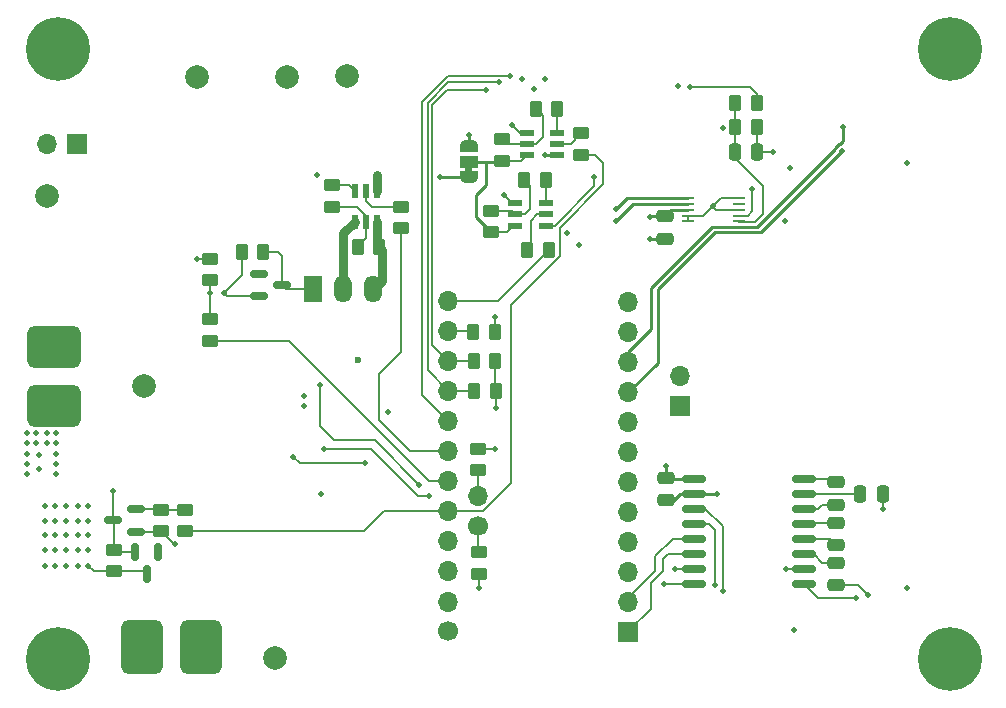
<source format=gbl>
%TF.GenerationSoftware,KiCad,Pcbnew,8.0.4*%
%TF.CreationDate,2024-10-19T12:15:14-07:00*%
%TF.ProjectId,camera_controller,63616d65-7261-45f6-936f-6e74726f6c6c,1.0*%
%TF.SameCoordinates,Original*%
%TF.FileFunction,Copper,L4,Bot*%
%TF.FilePolarity,Positive*%
%FSLAX46Y46*%
G04 Gerber Fmt 4.6, Leading zero omitted, Abs format (unit mm)*
G04 Created by KiCad (PCBNEW 8.0.4) date 2024-10-19 12:15:14*
%MOMM*%
%LPD*%
G01*
G04 APERTURE LIST*
G04 Aperture macros list*
%AMRoundRect*
0 Rectangle with rounded corners*
0 $1 Rounding radius*
0 $2 $3 $4 $5 $6 $7 $8 $9 X,Y pos of 4 corners*
0 Add a 4 corners polygon primitive as box body*
4,1,4,$2,$3,$4,$5,$6,$7,$8,$9,$2,$3,0*
0 Add four circle primitives for the rounded corners*
1,1,$1+$1,$2,$3*
1,1,$1+$1,$4,$5*
1,1,$1+$1,$6,$7*
1,1,$1+$1,$8,$9*
0 Add four rect primitives between the rounded corners*
20,1,$1+$1,$2,$3,$4,$5,0*
20,1,$1+$1,$4,$5,$6,$7,0*
20,1,$1+$1,$6,$7,$8,$9,0*
20,1,$1+$1,$8,$9,$2,$3,0*%
%AMFreePoly0*
4,1,19,0.550000,-0.750000,0.000000,-0.750000,0.000000,-0.744911,-0.071157,-0.744911,-0.207708,-0.704816,-0.327430,-0.627875,-0.420627,-0.520320,-0.479746,-0.390866,-0.500000,-0.250000,-0.500000,0.250000,-0.479746,0.390866,-0.420627,0.520320,-0.327430,0.627875,-0.207708,0.704816,-0.071157,0.744911,0.000000,0.744911,0.000000,0.750000,0.550000,0.750000,0.550000,-0.750000,0.550000,-0.750000,
$1*%
%AMFreePoly1*
4,1,19,0.000000,0.744911,0.071157,0.744911,0.207708,0.704816,0.327430,0.627875,0.420627,0.520320,0.479746,0.390866,0.500000,0.250000,0.500000,-0.250000,0.479746,-0.390866,0.420627,-0.520320,0.327430,-0.627875,0.207708,-0.704816,0.071157,-0.744911,0.000000,-0.744911,0.000000,-0.750000,-0.550000,-0.750000,-0.550000,0.750000,0.000000,0.750000,0.000000,0.744911,0.000000,0.744911,
$1*%
G04 Aperture macros list end*
%TA.AperFunction,EtchedComponent*%
%ADD10C,0.000000*%
%TD*%
%TA.AperFunction,ComponentPad*%
%ADD11R,1.500000X2.300000*%
%TD*%
%TA.AperFunction,ComponentPad*%
%ADD12O,1.500000X2.300000*%
%TD*%
%TA.AperFunction,ComponentPad*%
%ADD13R,1.700000X1.700000*%
%TD*%
%TA.AperFunction,ComponentPad*%
%ADD14O,1.700000X1.700000*%
%TD*%
%TA.AperFunction,ComponentPad*%
%ADD15C,0.800000*%
%TD*%
%TA.AperFunction,ComponentPad*%
%ADD16C,5.400000*%
%TD*%
%TA.AperFunction,ComponentPad*%
%ADD17RoundRect,0.500000X1.750000X-1.250000X1.750000X1.250000X-1.750000X1.250000X-1.750000X-1.250000X0*%
%TD*%
%TA.AperFunction,ComponentPad*%
%ADD18C,1.700000*%
%TD*%
%TA.AperFunction,ComponentPad*%
%ADD19RoundRect,0.500000X-1.250000X-1.750000X1.250000X-1.750000X1.250000X1.750000X-1.250000X1.750000X0*%
%TD*%
%TA.AperFunction,SMDPad,CuDef*%
%ADD20RoundRect,0.150000X-0.150000X0.587500X-0.150000X-0.587500X0.150000X-0.587500X0.150000X0.587500X0*%
%TD*%
%TA.AperFunction,SMDPad,CuDef*%
%ADD21RoundRect,0.250000X-0.450000X0.262500X-0.450000X-0.262500X0.450000X-0.262500X0.450000X0.262500X0*%
%TD*%
%TA.AperFunction,SMDPad,CuDef*%
%ADD22RoundRect,0.250000X-0.262500X-0.450000X0.262500X-0.450000X0.262500X0.450000X-0.262500X0.450000X0*%
%TD*%
%TA.AperFunction,SMDPad,CuDef*%
%ADD23RoundRect,0.250000X0.262500X0.450000X-0.262500X0.450000X-0.262500X-0.450000X0.262500X-0.450000X0*%
%TD*%
%TA.AperFunction,SMDPad,CuDef*%
%ADD24RoundRect,0.150000X0.587500X0.150000X-0.587500X0.150000X-0.587500X-0.150000X0.587500X-0.150000X0*%
%TD*%
%TA.AperFunction,SMDPad,CuDef*%
%ADD25RoundRect,0.250000X0.250000X0.475000X-0.250000X0.475000X-0.250000X-0.475000X0.250000X-0.475000X0*%
%TD*%
%TA.AperFunction,SMDPad,CuDef*%
%ADD26R,1.150000X0.600000*%
%TD*%
%TA.AperFunction,SMDPad,CuDef*%
%ADD27R,0.600000X1.150000*%
%TD*%
%TA.AperFunction,SMDPad,CuDef*%
%ADD28RoundRect,0.250000X0.450000X-0.262500X0.450000X0.262500X-0.450000X0.262500X-0.450000X-0.262500X0*%
%TD*%
%TA.AperFunction,SMDPad,CuDef*%
%ADD29RoundRect,0.250000X-0.475000X0.250000X-0.475000X-0.250000X0.475000X-0.250000X0.475000X0.250000X0*%
%TD*%
%TA.AperFunction,SMDPad,CuDef*%
%ADD30FreePoly0,90.000000*%
%TD*%
%TA.AperFunction,SMDPad,CuDef*%
%ADD31R,1.500000X1.000000*%
%TD*%
%TA.AperFunction,SMDPad,CuDef*%
%ADD32FreePoly1,90.000000*%
%TD*%
%TA.AperFunction,SMDPad,CuDef*%
%ADD33RoundRect,0.250000X0.475000X-0.250000X0.475000X0.250000X-0.475000X0.250000X-0.475000X-0.250000X0*%
%TD*%
%TA.AperFunction,SMDPad,CuDef*%
%ADD34RoundRect,0.150000X0.875000X0.150000X-0.875000X0.150000X-0.875000X-0.150000X0.875000X-0.150000X0*%
%TD*%
%TA.AperFunction,SMDPad,CuDef*%
%ADD35R,1.100000X0.250000*%
%TD*%
%TA.AperFunction,SMDPad,CuDef*%
%ADD36RoundRect,0.150000X-0.587500X-0.150000X0.587500X-0.150000X0.587500X0.150000X-0.587500X0.150000X0*%
%TD*%
%TA.AperFunction,ViaPad*%
%ADD37C,2.000000*%
%TD*%
%TA.AperFunction,ViaPad*%
%ADD38C,0.600000*%
%TD*%
%TA.AperFunction,ViaPad*%
%ADD39C,0.510000*%
%TD*%
%TA.AperFunction,Conductor*%
%ADD40C,0.200000*%
%TD*%
%TA.AperFunction,Conductor*%
%ADD41C,0.800000*%
%TD*%
%TA.AperFunction,Conductor*%
%ADD42C,0.250000*%
%TD*%
G04 APERTURE END LIST*
D10*
%TA.AperFunction,EtchedComponent*%
%TO.C,JP1*%
G36*
X58517500Y-34175000D02*
G01*
X57917500Y-34175000D01*
X57917500Y-33675000D01*
X58517500Y-33675000D01*
X58517500Y-34175000D01*
G37*
%TD.AperFunction*%
%TD*%
D11*
%TO.P,U1,1,IN*%
%TO.N,VSS*%
X45053000Y-44107500D03*
D12*
%TO.P,U1,2,GND*%
%TO.N,GND*%
X47593000Y-44107500D03*
%TO.P,U1,3,OUT*%
%TO.N,+5V_MCU*%
X50133000Y-44107500D03*
%TD*%
D13*
%TO.P,J16,1,Pin_1*%
%TO.N,+5V_MCU*%
X25000000Y-31800000D03*
D14*
%TO.P,J16,2,Pin_2*%
%TO.N,GND*%
X22460000Y-31800000D03*
%TD*%
D15*
%TO.P,,1*%
%TO.N,N/C*%
X96915000Y-23735000D03*
X97508109Y-22303109D03*
X97508109Y-25166891D03*
X98940000Y-21710000D03*
D16*
X98940000Y-23735000D03*
D15*
X98940000Y-25760000D03*
X100371891Y-22303109D03*
X100371891Y-25166891D03*
X100965000Y-23735000D03*
%TD*%
%TO.P,,1*%
%TO.N,N/C*%
X21375000Y-75415000D03*
X21968109Y-73983109D03*
X21968109Y-76846891D03*
X23400000Y-73390000D03*
D16*
X23400000Y-75415000D03*
D15*
X23400000Y-77440000D03*
X24831891Y-73983109D03*
X24831891Y-76846891D03*
X25425000Y-75415000D03*
%TD*%
%TO.P,,1*%
%TO.N,N/C*%
X96915000Y-75415000D03*
X97508109Y-73983109D03*
X97508109Y-76846891D03*
X98940000Y-73390000D03*
D16*
X98940000Y-75415000D03*
D15*
X98940000Y-77440000D03*
X100371891Y-73983109D03*
X100371891Y-76846891D03*
X100965000Y-75415000D03*
%TD*%
D17*
%TO.P,J12,1,Pin_1*%
%TO.N,Vin SW*%
X23062500Y-54000000D03*
%TO.P,J12,2,Pin_2*%
%TO.N,GND*%
X23062500Y-49000000D03*
%TD*%
D13*
%TO.P,U3,1,Pin_1*%
%TO.N,uCTx*%
X71725000Y-73125000D03*
D14*
%TO.P,U3,2,Pin_2*%
%TO.N,uCRx*%
X71725000Y-70585000D03*
%TO.P,U3,3,Pin_3*%
%TO.N,unconnected-(U3-Pin_3-Pad3)*%
X71725000Y-68045000D03*
%TO.P,U3,4,Pin_4*%
%TO.N,GND*%
X71725000Y-65505000D03*
%TO.P,U3,5,Pin_5*%
%TO.N,ext_uCRx*%
X71725000Y-62965000D03*
%TO.P,U3,6,Pin_6*%
%TO.N,ext_uCTx*%
X71725000Y-60425000D03*
%TO.P,U3,7,Pin_7*%
%TO.N,CAM2 GPIO 1*%
X71725000Y-57885000D03*
%TO.P,U3,8,Pin_8*%
%TO.N,CAM 2 GPIO 2*%
X71725000Y-55345000D03*
%TO.P,U3,9,Pin_9*%
%TO.N,CAM1 GPIO 1*%
X71725000Y-52805000D03*
%TO.P,U3,10,Pin_10*%
%TO.N,CAM 1 GPIO 2*%
X71725000Y-50265000D03*
%TO.P,U3,11,Pin_11*%
%TO.N,Ext Trig In*%
X71725000Y-47725000D03*
%TO.P,U3,12,Pin_12*%
%TO.N,Net-(U3-Pin_12)*%
X71725000Y-45185000D03*
%TO.P,U3,13,Pin_13*%
%TO.N,Strobe Trig*%
X56485000Y-45055000D03*
%TO.P,U3,14,Pin_14*%
%TO.N,Net-(U3-Pin_14)*%
X56485000Y-47595000D03*
%TO.P,U3,15,Pin_15*%
%TO.N,Force On*%
X56485000Y-50135000D03*
%TO.P,U3,16,Pin_16*%
%TO.N,P Switch*%
X56485000Y-52675000D03*
%TO.P,U3,17,Pin_17*%
%TO.N,Status LED*%
X56485000Y-55215000D03*
%TO.P,U3,18,Pin_18*%
%TO.N,5V EN*%
X56485000Y-57755000D03*
%TO.P,U3,19,Pin_19*%
%TO.N,VSS SW EN*%
X56485000Y-60295000D03*
%TO.P,U3,20,Pin_20*%
%TO.N,Strobe EN*%
X56485000Y-62835000D03*
%TO.P,U3,21,Pin_21*%
%TO.N,+3.3V*%
X56485000Y-65375000D03*
%TO.P,U3,22,Pin_22*%
%TO.N,GND*%
X56485000Y-67915000D03*
%TO.P,U3,23,Pin_23*%
X56485000Y-70585000D03*
D18*
%TO.P,U3,24,Pin_24*%
%TO.N,+5V_MCU*%
X56485000Y-72995000D03*
D14*
%TO.P,U3,25,Pin_25*%
%TO.N,SDA*%
X59025000Y-61565000D03*
D18*
%TO.P,U3,26,Pin_26*%
%TO.N,SCL*%
X59025000Y-64105000D03*
%TD*%
D15*
%TO.P,,1*%
%TO.N,N/C*%
X21375000Y-23735000D03*
X21968109Y-22303109D03*
X21968109Y-25166891D03*
X23400000Y-21710000D03*
D16*
X23400000Y-23735000D03*
D15*
X23400000Y-25760000D03*
X24831891Y-22303109D03*
X24831891Y-25166891D03*
X25425000Y-23735000D03*
%TD*%
D19*
%TO.P,J1,1,Pin_1*%
%TO.N,VIN*%
X30500000Y-74400000D03*
%TO.P,J1,2,Pin_2*%
%TO.N,GND*%
X35500000Y-74400000D03*
%TD*%
D13*
%TO.P,J17,1,Pin_1*%
%TO.N,MCU GPIO 2*%
X76050000Y-54000000D03*
D14*
%TO.P,J17,2,Pin_2*%
%TO.N,GND*%
X76050000Y-51460000D03*
%TD*%
D20*
%TO.P,D1,1,A*%
%TO.N,Net-(D1-A)*%
X29987500Y-66362500D03*
%TO.P,D1,2,NC*%
%TO.N,unconnected-(D1-NC-Pad2)*%
X31887500Y-66362500D03*
%TO.P,D1,3,K*%
%TO.N,VIN*%
X30937500Y-68237500D03*
%TD*%
D21*
%TO.P,R7,1*%
%TO.N,SCL*%
X59050000Y-66337500D03*
%TO.P,R7,2*%
%TO.N,+3.3V*%
X59050000Y-68162500D03*
%TD*%
D22*
%TO.P,R13,1*%
%TO.N,Net-(Q5-B1)*%
X63137500Y-40750000D03*
%TO.P,R13,2*%
%TO.N,Strobe Trig*%
X64962500Y-40750000D03*
%TD*%
D23*
%TO.P,R10,1*%
%TO.N,Net-(Q4-C1)*%
X65712500Y-28800000D03*
%TO.P,R10,2*%
%TO.N,Net-(Q4-B2)*%
X63887500Y-28800000D03*
%TD*%
D24*
%TO.P,Q2,1,G*%
%TO.N,Net-(Q2-G)*%
X30000000Y-62700000D03*
%TO.P,Q2,2,S*%
%TO.N,GND*%
X30000000Y-64600000D03*
%TO.P,Q2,3,D*%
%TO.N,Net-(D1-A)*%
X28125000Y-63650000D03*
%TD*%
D25*
%TO.P,C19,1*%
%TO.N,GND*%
X93250000Y-61400000D03*
%TO.P,C19,2*%
%TO.N,Net-(U8-V+)*%
X91350000Y-61400000D03*
%TD*%
%TO.P,C12,1*%
%TO.N,GND*%
X82650000Y-32450000D03*
%TO.P,C12,2*%
%TO.N,Net-(U5-AIN1)*%
X80750000Y-32450000D03*
%TD*%
D23*
%TO.P,R23,1*%
%TO.N,AIN 2*%
X82612500Y-28350000D03*
%TO.P,R23,2*%
%TO.N,Net-(U5-AIN1)*%
X80787500Y-28350000D03*
%TD*%
D26*
%TO.P,Q5,1,C1*%
%TO.N,Net-(Q5-C1)*%
X64750000Y-36800000D03*
%TO.P,Q5,2,B1*%
%TO.N,Net-(Q5-B1)*%
X64750000Y-37750000D03*
%TO.P,Q5,3,C2*%
%TO.N,Strobe Trig Out*%
X64750000Y-38700000D03*
%TO.P,Q5,4,E2*%
%TO.N,+V Strobe GPIO*%
X62150000Y-38700000D03*
%TO.P,Q5,5,B2*%
%TO.N,Net-(Q5-B2)*%
X62150000Y-37750000D03*
%TO.P,Q5,6,E1*%
%TO.N,GND*%
X62150000Y-36800000D03*
%TD*%
D27*
%TO.P,Q3,1,C1*%
%TO.N,Net-(Q3-C1)*%
X48550000Y-35800000D03*
%TO.P,Q3,2,B1*%
%TO.N,Net-(Q3-B1)*%
X49500000Y-35800000D03*
%TO.P,Q3,3,C2*%
%TO.N,5V SW*%
X50450000Y-35800000D03*
%TO.P,Q3,4,E2*%
%TO.N,+5V_MCU*%
X50450000Y-38400000D03*
%TO.P,Q3,5,B2*%
%TO.N,Net-(Q3-B2)*%
X49500000Y-38400000D03*
%TO.P,Q3,6,E1*%
%TO.N,GND*%
X48550000Y-38400000D03*
%TD*%
D21*
%TO.P,R11,1*%
%TO.N,Net-(Q4-B1)*%
X67750000Y-30887500D03*
%TO.P,R11,2*%
%TO.N,Strobe EN*%
X67750000Y-32712500D03*
%TD*%
D28*
%TO.P,R14,1*%
%TO.N,+V Strobe GPIO*%
X60100000Y-39262500D03*
%TO.P,R14,2*%
%TO.N,Net-(Q5-B2)*%
X60100000Y-37437500D03*
%TD*%
D23*
%TO.P,R24,1*%
%TO.N,GND*%
X82612500Y-30350000D03*
%TO.P,R24,2*%
%TO.N,Net-(U5-AIN1)*%
X80787500Y-30350000D03*
%TD*%
D22*
%TO.P,R29,1*%
%TO.N,P Switch*%
X58662500Y-52675000D03*
%TO.P,R29,2*%
%TO.N,+3.3V*%
X60487500Y-52675000D03*
%TD*%
D29*
%TO.P,C15,1*%
%TO.N,Net-(U8-C1+)*%
X89300000Y-60450000D03*
%TO.P,C15,2*%
%TO.N,Net-(U8-C1-)*%
X89300000Y-62350000D03*
%TD*%
D23*
%TO.P,R33,1*%
%TO.N,+5V_MCU*%
X50612500Y-40500000D03*
%TO.P,R33,2*%
%TO.N,Net-(Q3-B2)*%
X48787500Y-40500000D03*
%TD*%
D28*
%TO.P,R31,1*%
%TO.N,VSS SW EN*%
X36300000Y-48433731D03*
%TO.P,R31,2*%
%TO.N,Net-(U6-G2)*%
X36300000Y-46608731D03*
%TD*%
D30*
%TO.P,JP1,1,A*%
%TO.N,+5V_MCU*%
X58217500Y-34575000D03*
D31*
%TO.P,JP1,2,C*%
%TO.N,+V Strobe GPIO*%
X58217500Y-33275000D03*
D32*
%TO.P,JP1,3,B*%
%TO.N,+3.3V*%
X58217500Y-31975000D03*
%TD*%
D26*
%TO.P,Q4,1,C1*%
%TO.N,Net-(Q4-C1)*%
X65700000Y-30850000D03*
%TO.P,Q4,2,B1*%
%TO.N,Net-(Q4-B1)*%
X65700000Y-31800000D03*
%TO.P,Q4,3,C2*%
%TO.N,Strobe EN OUT*%
X65700000Y-32750000D03*
%TO.P,Q4,4,E2*%
%TO.N,+V Strobe GPIO*%
X63100000Y-32750000D03*
%TO.P,Q4,5,B2*%
%TO.N,Net-(Q4-B2)*%
X63100000Y-31800000D03*
%TO.P,Q4,6,E1*%
%TO.N,GND*%
X63100000Y-30850000D03*
%TD*%
D22*
%TO.P,R22,1*%
%TO.N,Force On*%
X58637500Y-50150000D03*
%TO.P,R22,2*%
%TO.N,+3.3V*%
X60462500Y-50150000D03*
%TD*%
D21*
%TO.P,R6,1*%
%TO.N,Net-(Q3-B1)*%
X52500000Y-37087500D03*
%TO.P,R6,2*%
%TO.N,5V EN*%
X52500000Y-38912500D03*
%TD*%
D29*
%TO.P,C21,1*%
%TO.N,+3.3V*%
X74900000Y-60050000D03*
%TO.P,C21,2*%
%TO.N,GND*%
X74900000Y-61950000D03*
%TD*%
D21*
%TO.P,R32,1*%
%TO.N,GND*%
X36300000Y-41508731D03*
%TO.P,R32,2*%
%TO.N,Net-(U6-G2)*%
X36300000Y-43333731D03*
%TD*%
D33*
%TO.P,C14,1*%
%TO.N,GND*%
X89300000Y-69150000D03*
%TO.P,C14,2*%
%TO.N,Net-(U8-V-)*%
X89300000Y-67250000D03*
%TD*%
D21*
%TO.P,R8,1*%
%TO.N,+3.3V*%
X59000000Y-57587500D03*
%TO.P,R8,2*%
%TO.N,SDA*%
X59000000Y-59412500D03*
%TD*%
%TO.P,R4,1*%
%TO.N,Net-(Q2-G)*%
X32162500Y-62737500D03*
%TO.P,R4,2*%
%TO.N,GND*%
X32162500Y-64562500D03*
%TD*%
D28*
%TO.P,R1,1*%
%TO.N,VIN*%
X28162500Y-67962500D03*
%TO.P,R1,2*%
%TO.N,Net-(D1-A)*%
X28162500Y-66137500D03*
%TD*%
D23*
%TO.P,R2,1*%
%TO.N,VSS*%
X40825000Y-40921231D03*
%TO.P,R2,2*%
%TO.N,Net-(D2-A)*%
X39000000Y-40921231D03*
%TD*%
D29*
%TO.P,C10,1*%
%TO.N,+3.3V*%
X74800000Y-37900000D03*
%TO.P,C10,2*%
%TO.N,GND*%
X74800000Y-39800000D03*
%TD*%
D34*
%TO.P,U8,1,C1+*%
%TO.N,Net-(U8-C1+)*%
X86550000Y-60155000D03*
%TO.P,U8,2,V+*%
%TO.N,Net-(U8-V+)*%
X86550000Y-61425000D03*
%TO.P,U8,3,C1-*%
%TO.N,Net-(U8-C1-)*%
X86550000Y-62695000D03*
%TO.P,U8,4,C2+*%
%TO.N,Net-(U8-C2+)*%
X86550000Y-63965000D03*
%TO.P,U8,5,C2-*%
%TO.N,Net-(U8-C2-)*%
X86550000Y-65235000D03*
%TO.P,U8,6,V-*%
%TO.N,Net-(U8-V-)*%
X86550000Y-66505000D03*
%TO.P,U8,7,DOUT2*%
%TO.N,ExtRx2*%
X86550000Y-67775000D03*
%TO.P,U8,8,RIN2*%
%TO.N,ExtTx2*%
X86550000Y-69045000D03*
%TO.P,U8,9,ROUT2*%
%TO.N,ext_uCRx*%
X77250000Y-69045000D03*
%TO.P,U8,10,DIN2*%
%TO.N,ext_uCTx*%
X77250000Y-67775000D03*
%TO.P,U8,11,DIN1*%
%TO.N,uCTx*%
X77250000Y-66505000D03*
%TO.P,U8,12,ROUT1*%
%TO.N,uCRx*%
X77250000Y-65235000D03*
%TO.P,U8,13,RIN1*%
%TO.N,PCTx1*%
X77250000Y-63965000D03*
%TO.P,U8,14,DOUT1*%
%TO.N,PCRx1*%
X77250000Y-62695000D03*
%TO.P,U8,15,GND*%
%TO.N,GND*%
X77250000Y-61425000D03*
%TO.P,U8,16,VCC*%
%TO.N,+3.3V*%
X77250000Y-60155000D03*
%TD*%
D21*
%TO.P,R5,1*%
%TO.N,Net-(Q3-C1)*%
X46600000Y-35287500D03*
%TO.P,R5,2*%
%TO.N,Net-(Q3-B2)*%
X46600000Y-37112500D03*
%TD*%
D23*
%TO.P,R12,1*%
%TO.N,Net-(Q5-C1)*%
X64712500Y-34800000D03*
%TO.P,R12,2*%
%TO.N,Net-(Q5-B2)*%
X62887500Y-34800000D03*
%TD*%
D28*
%TO.P,R3,1*%
%TO.N,Strobe EN*%
X34162500Y-64562500D03*
%TO.P,R3,2*%
%TO.N,Net-(Q2-G)*%
X34162500Y-62737500D03*
%TD*%
D29*
%TO.P,C18,1*%
%TO.N,Net-(U8-C2+)*%
X89300000Y-63850000D03*
%TO.P,C18,2*%
%TO.N,Net-(U8-C2-)*%
X89300000Y-65750000D03*
%TD*%
D23*
%TO.P,R30,1*%
%TO.N,MCU GPIO 2*%
X60400000Y-47675000D03*
%TO.P,R30,2*%
%TO.N,Net-(U3-Pin_14)*%
X58575000Y-47675000D03*
%TD*%
D35*
%TO.P,U5,1,ADDR*%
%TO.N,GND*%
X81050000Y-36350000D03*
%TO.P,U5,2,ALERT/RDY*%
%TO.N,unconnected-(U5-ALERT{slash}RDY-Pad2)*%
X81050000Y-36850000D03*
%TO.P,U5,3,GND*%
%TO.N,GND*%
X81050000Y-37350000D03*
%TO.P,U5,4,AIN0*%
%TO.N,Net-(U5-AIN0)*%
X81050000Y-37850000D03*
%TO.P,U5,5,AIN1*%
%TO.N,Net-(U5-AIN1)*%
X81050000Y-38350000D03*
%TO.P,U5,6,AIN2*%
%TO.N,GND*%
X76750000Y-38350000D03*
%TO.P,U5,7,AIN3*%
X76750000Y-37850000D03*
%TO.P,U5,8,VDD*%
%TO.N,+3.3V*%
X76750000Y-37350000D03*
%TO.P,U5,9,SDA*%
%TO.N,SDA*%
X76750000Y-36850000D03*
%TO.P,U5,10,SCL*%
%TO.N,SCL*%
X76750000Y-36350000D03*
%TD*%
D36*
%TO.P,D2,1,A*%
%TO.N,Net-(D2-A)*%
X40483731Y-44671231D03*
%TO.P,D2,2,NC*%
%TO.N,unconnected-(D2-NC-Pad2)*%
X40483731Y-42771231D03*
%TO.P,D2,3,K*%
%TO.N,VSS*%
X42358731Y-43721231D03*
%TD*%
D28*
%TO.P,R9,1*%
%TO.N,+V Strobe GPIO*%
X61000000Y-33212500D03*
%TO.P,R9,2*%
%TO.N,Net-(Q4-B2)*%
X61000000Y-31387500D03*
%TD*%
D37*
%TO.N,GND*%
X42800000Y-26100000D03*
X35200000Y-26100000D03*
D38*
X48850000Y-50100000D03*
D39*
X44275000Y-53975000D03*
D37*
X30700000Y-52300000D03*
D39*
X33362500Y-65650000D03*
X95328600Y-33400000D03*
X62700000Y-26250000D03*
X93300000Y-62700000D03*
X92024999Y-70000000D03*
X64700000Y-26275000D03*
X79750000Y-30400000D03*
D37*
X22500000Y-36200000D03*
X41800000Y-75300000D03*
D39*
X83950000Y-32450000D03*
D37*
X47900000Y-26075000D03*
D39*
X95303600Y-69350002D03*
X61200000Y-36100000D03*
X67550000Y-40300000D03*
X78850000Y-37050000D03*
X45700000Y-61400000D03*
X79250000Y-61425000D03*
X61900000Y-30200000D03*
X35212500Y-41508731D03*
X44274997Y-53100000D03*
X85725000Y-72975000D03*
X84950000Y-38325000D03*
X73550000Y-39800000D03*
X75900000Y-26900000D03*
%TO.N,+3.3V*%
X73550000Y-37950000D03*
X58200000Y-31000000D03*
X60475000Y-54125000D03*
X66500000Y-39300000D03*
X74900000Y-59050000D03*
X60425000Y-57587500D03*
X51375000Y-54450000D03*
X63700000Y-27100000D03*
X59050000Y-69350000D03*
X85425000Y-33800000D03*
%TO.N,AIN 2*%
X76900000Y-26950000D03*
%TO.N,Net-(U5-AIN0)*%
X82191268Y-35583732D03*
%TO.N,VIN*%
X25100000Y-66200000D03*
X24100000Y-66200000D03*
X26000000Y-64900000D03*
X23200000Y-64900000D03*
X25100000Y-62400000D03*
X22300000Y-63700000D03*
X24100000Y-64900000D03*
X24100000Y-63700000D03*
X22300000Y-67500000D03*
X23200000Y-67500000D03*
X22300000Y-62400000D03*
X22300000Y-66200000D03*
X25100000Y-64900000D03*
X26000000Y-62400000D03*
X23200000Y-62400000D03*
X26000000Y-67500000D03*
X25100000Y-67500000D03*
X24100000Y-67500000D03*
X26000000Y-66200000D03*
X23200000Y-66200000D03*
X26000000Y-63700000D03*
X25100000Y-63700000D03*
X24100000Y-62400000D03*
X23200000Y-63700000D03*
X22300000Y-64900000D03*
%TO.N,Net-(D1-A)*%
X28125000Y-61200000D03*
%TO.N,Vin SW*%
X22500000Y-56300000D03*
X23300000Y-58900000D03*
X20800000Y-57100000D03*
X21800000Y-58100000D03*
X21800000Y-59300000D03*
X23300000Y-56300000D03*
X20800000Y-56300000D03*
X23300000Y-59700000D03*
X23300000Y-57100000D03*
X22500000Y-57100000D03*
X21600000Y-56300000D03*
X20800000Y-58900000D03*
X23300000Y-58000000D03*
X20800000Y-58000000D03*
X21600000Y-57100000D03*
X20800000Y-59700000D03*
%TO.N,Net-(D2-A)*%
X37457537Y-44421231D03*
%TO.N,SCL*%
X70650000Y-37300000D03*
X54025000Y-60657538D03*
X45600000Y-52200000D03*
%TO.N,SDA*%
X45950000Y-57650000D03*
X70650000Y-38300000D03*
X54800000Y-61575000D03*
%TO.N,Net-(U4-A1)*%
X49400000Y-58800000D03*
X43350000Y-58250000D03*
%TO.N,5V SW*%
X50400000Y-34400000D03*
%TO.N,Strobe Trig Out*%
X68850000Y-34550000D03*
%TO.N,Strobe EN OUT*%
X64700000Y-32750000D03*
%TO.N,P Switch*%
X60775000Y-26555000D03*
%TO.N,Status LED*%
X61725000Y-26000000D03*
%TO.N,Force On*%
X59700000Y-27250000D03*
%TO.N,CAM1 GPIO 1*%
X89825000Y-32400000D03*
%TO.N,CAM 1 GPIO 2*%
X89850000Y-30350000D03*
%TO.N,Net-(U6-G2)*%
X36300000Y-44421231D03*
%TO.N,+5V_MCU*%
X55800000Y-34575000D03*
X45325000Y-34400000D03*
%TO.N,PCTx1*%
X79046801Y-69138118D03*
%TO.N,PCRx1*%
X79700000Y-69600000D03*
%TO.N,ExtRx2*%
X85025000Y-67775000D03*
%TO.N,ExtTx2*%
X91025000Y-70250000D03*
%TO.N,ext_uCTx*%
X75625000Y-67775000D03*
%TO.N,ext_uCRx*%
X74725000Y-69025000D03*
%TO.N,MCU GPIO 2*%
X60400000Y-46400000D03*
%TD*%
D40*
%TO.N,Net-(U4-A1)*%
X43900000Y-58800000D02*
X49400000Y-58800000D01*
X43350000Y-58250000D02*
X43900000Y-58800000D01*
%TO.N,GND*%
X92024999Y-70000000D02*
X91174999Y-69150000D01*
D41*
X47593000Y-39357000D02*
X48550000Y-38400000D01*
D40*
X78050000Y-37850000D02*
X76750000Y-37850000D01*
D42*
X75575000Y-61950000D02*
X74900000Y-61950000D01*
D40*
X82612500Y-30350000D02*
X82650000Y-30387500D01*
X76750000Y-37850000D02*
X76750000Y-38350000D01*
X30000000Y-64600000D02*
X32125000Y-64600000D01*
D42*
X76100000Y-61425000D02*
X75575000Y-61950000D01*
D40*
X79150000Y-37350000D02*
X81050000Y-37350000D01*
X32125000Y-64600000D02*
X32162500Y-64562500D01*
X35212500Y-41508731D02*
X36300000Y-41508731D01*
D41*
X47593000Y-44107500D02*
X47593000Y-39357000D01*
D40*
X82650000Y-30387500D02*
X82650000Y-32450000D01*
X79550000Y-36350000D02*
X81050000Y-36350000D01*
X78850000Y-37050000D02*
X79550000Y-36350000D01*
D42*
X77250000Y-61425000D02*
X76100000Y-61425000D01*
D40*
X91174999Y-69150000D02*
X89300000Y-69150000D01*
X78850000Y-37050000D02*
X79150000Y-37350000D01*
X93300000Y-62700000D02*
X93300000Y-61450000D01*
X33250000Y-65650000D02*
X32162500Y-64562500D01*
X78850000Y-37050000D02*
X78050000Y-37850000D01*
X61200000Y-36125000D02*
X61200000Y-36100000D01*
X93300000Y-61450000D02*
X93250000Y-61400000D01*
X62550000Y-30850000D02*
X61900000Y-30200000D01*
D42*
X74800000Y-39800000D02*
X73550000Y-39800000D01*
D40*
X61875000Y-36800000D02*
X61200000Y-36125000D01*
X82650000Y-32450000D02*
X83950000Y-32450000D01*
X63100000Y-30850000D02*
X62550000Y-30850000D01*
X33362500Y-65650000D02*
X33250000Y-65650000D01*
X62150000Y-36800000D02*
X61875000Y-36800000D01*
D42*
X77250000Y-61425000D02*
X79250000Y-61425000D01*
D40*
%TO.N,VSS*%
X42358731Y-43721231D02*
X42358731Y-41258731D01*
X42021231Y-40921231D02*
X40825000Y-40921231D01*
X42358731Y-41258731D02*
X42021231Y-40921231D01*
X45053000Y-44107500D02*
X42745000Y-44107500D01*
X42745000Y-44107500D02*
X42358731Y-43721231D01*
D42*
%TO.N,+3.3V*%
X75005000Y-60155000D02*
X74900000Y-60050000D01*
X74900000Y-59050000D02*
X74900000Y-60050000D01*
X58217500Y-31975000D02*
X58217500Y-31017500D01*
X77250000Y-60155000D02*
X75005000Y-60155000D01*
D40*
X60425000Y-57587500D02*
X59000000Y-57587500D01*
X60487500Y-52675000D02*
X60487500Y-54112500D01*
X60462500Y-52650000D02*
X60487500Y-52675000D01*
D42*
X74800000Y-37900000D02*
X75350000Y-37350000D01*
D40*
X60487500Y-54112500D02*
X60475000Y-54125000D01*
X60462500Y-50150000D02*
X60462500Y-52650000D01*
D42*
X74800000Y-37900000D02*
X73600000Y-37900000D01*
X75350000Y-37350000D02*
X76750000Y-37350000D01*
X58217500Y-31017500D02*
X58200000Y-31000000D01*
X73600000Y-37900000D02*
X73550000Y-37950000D01*
D40*
X59050000Y-68162500D02*
X59050000Y-69350000D01*
%TO.N,Net-(U5-AIN1)*%
X83100000Y-37692463D02*
X83100000Y-35325000D01*
X83100000Y-35325000D02*
X80750000Y-32975000D01*
X80787500Y-30350000D02*
X80787500Y-30487500D01*
X80787500Y-30487500D02*
X80750000Y-30525000D01*
X82417463Y-38375000D02*
X83100000Y-37692463D01*
X80750000Y-32975000D02*
X80750000Y-32450000D01*
X81075000Y-38375000D02*
X82417463Y-38375000D01*
X80787500Y-28350000D02*
X80787500Y-30350000D01*
X81050000Y-38350000D02*
X81075000Y-38375000D01*
X80750000Y-30525000D02*
X80750000Y-32450000D01*
%TO.N,AIN 2*%
X76900000Y-26950000D02*
X82000000Y-26950000D01*
X82000000Y-26950000D02*
X82612500Y-27562500D01*
X82612500Y-27562500D02*
X82612500Y-28350000D01*
%TO.N,Net-(U5-AIN0)*%
X82191268Y-37483732D02*
X82191268Y-35583732D01*
X81825000Y-37850000D02*
X82191268Y-37483732D01*
X81050000Y-37850000D02*
X81825000Y-37850000D01*
%TO.N,VIN*%
X30662500Y-67962500D02*
X30937500Y-68237500D01*
X28162500Y-67962500D02*
X26462500Y-67962500D01*
X26462500Y-67962500D02*
X26000000Y-67500000D01*
X28162500Y-67962500D02*
X30662500Y-67962500D01*
%TO.N,Net-(D1-A)*%
X28162500Y-66137500D02*
X28162500Y-63687500D01*
X28162500Y-63687500D02*
X28125000Y-63650000D01*
X28125000Y-61200000D02*
X28125000Y-63650000D01*
X29987500Y-66362500D02*
X28387500Y-66362500D01*
X28387500Y-66362500D02*
X28162500Y-66137500D01*
%TO.N,Net-(Q2-G)*%
X32125000Y-62700000D02*
X32162500Y-62737500D01*
X30000000Y-62700000D02*
X32125000Y-62700000D01*
X32162500Y-62737500D02*
X34162500Y-62737500D01*
%TO.N,Net-(D2-A)*%
X37457537Y-44421231D02*
X37707537Y-44671231D01*
X39000000Y-42878768D02*
X39000000Y-40921231D01*
X37707537Y-44671231D02*
X40483731Y-44671231D01*
X37457537Y-44421231D02*
X39000000Y-42878768D01*
%TO.N,Net-(Q4-B2)*%
X64450000Y-29362500D02*
X64450000Y-31225000D01*
X63887500Y-28800000D02*
X64450000Y-29362500D01*
X64450000Y-31225000D02*
X63875000Y-31800000D01*
X63875000Y-31800000D02*
X63100000Y-31800000D01*
X63100000Y-31800000D02*
X61412500Y-31800000D01*
X61412500Y-31800000D02*
X61000000Y-31387500D01*
%TO.N,Net-(Q4-B1)*%
X67750000Y-30887500D02*
X66837500Y-31800000D01*
X66837500Y-31800000D02*
X65700000Y-31800000D01*
%TO.N,Strobe EN*%
X34162500Y-64562500D02*
X49337500Y-64562500D01*
X51065000Y-62835000D02*
X56485000Y-62835000D01*
X65900000Y-41309744D02*
X61750000Y-45459744D01*
X61750000Y-45459744D02*
X61750000Y-60466346D01*
X59381346Y-62835000D02*
X56485000Y-62835000D01*
X61750000Y-60466346D02*
X59381346Y-62835000D01*
X69575000Y-35215686D02*
X65900000Y-38890686D01*
X67750000Y-32712500D02*
X68887500Y-32712500D01*
X68887500Y-32712500D02*
X69575000Y-33400000D01*
X65900000Y-38890686D02*
X65900000Y-41309744D01*
X69575000Y-33400000D02*
X69575000Y-35215686D01*
X49337500Y-64562500D02*
X51065000Y-62835000D01*
%TO.N,Net-(Q4-C1)*%
X65712500Y-28800000D02*
X65712500Y-30837500D01*
X65712500Y-30837500D02*
X65700000Y-30850000D01*
%TO.N,Net-(Q5-C1)*%
X64712500Y-36762500D02*
X64750000Y-36800000D01*
X64712500Y-34800000D02*
X64712500Y-36762500D01*
%TO.N,Net-(Q5-B2)*%
X63350000Y-35262500D02*
X62887500Y-34800000D01*
X61837500Y-37437500D02*
X62150000Y-37750000D01*
X62925000Y-37750000D02*
X63350000Y-37325000D01*
X60100000Y-37437500D02*
X61837500Y-37437500D01*
X63350000Y-37325000D02*
X63350000Y-35262500D01*
X62150000Y-37750000D02*
X62925000Y-37750000D01*
%TO.N,Strobe Trig*%
X64962500Y-40750000D02*
X60657500Y-45055000D01*
X60657500Y-45055000D02*
X56485000Y-45055000D01*
%TO.N,Net-(Q5-B1)*%
X63975000Y-37750000D02*
X63450000Y-38275000D01*
X64750000Y-37750000D02*
X63975000Y-37750000D01*
X63450000Y-40437500D02*
X63137500Y-40750000D01*
X63450000Y-38275000D02*
X63450000Y-40437500D01*
D42*
%TO.N,SCL*%
X70650000Y-37300000D02*
X71600000Y-36350000D01*
D40*
X54025000Y-60657538D02*
X54025000Y-60625000D01*
X59025000Y-64105000D02*
X59025000Y-66312500D01*
D42*
X71600000Y-36350000D02*
X76750000Y-36350000D01*
D40*
X50275000Y-56875000D02*
X46825000Y-56875000D01*
X46825000Y-56875000D02*
X45625000Y-55675000D01*
X45625000Y-55675000D02*
X45625000Y-52225000D01*
X45625000Y-52225000D02*
X45600000Y-52200000D01*
X59025000Y-66312500D02*
X59050000Y-66337500D01*
X54025000Y-60625000D02*
X50275000Y-56875000D01*
D42*
%TO.N,SDA*%
X70650000Y-38300000D02*
X72100000Y-36850000D01*
X72100000Y-36850000D02*
X76750000Y-36850000D01*
D40*
X53875000Y-61575000D02*
X49950000Y-57650000D01*
X59000000Y-59412500D02*
X59000000Y-61540000D01*
X54800000Y-61575000D02*
X53875000Y-61575000D01*
X59000000Y-61540000D02*
X59025000Y-61565000D01*
X49950000Y-57650000D02*
X45950000Y-57650000D01*
%TO.N,Net-(U8-V-)*%
X89300000Y-67250000D02*
X88150000Y-67250000D01*
X87405000Y-66505000D02*
X86550000Y-66505000D01*
X88150000Y-67250000D02*
X87405000Y-66505000D01*
%TO.N,Net-(U8-C1+)*%
X89005000Y-60155000D02*
X89300000Y-60450000D01*
X86550000Y-60155000D02*
X89005000Y-60155000D01*
%TO.N,Net-(U8-C1-)*%
X87795000Y-62695000D02*
X86550000Y-62695000D01*
X88140000Y-62350000D02*
X87795000Y-62695000D01*
X89300000Y-62350000D02*
X88140000Y-62350000D01*
D41*
%TO.N,5V SW*%
X50400000Y-34400000D02*
X50450000Y-34450000D01*
X50450000Y-34450000D02*
X50450000Y-35800000D01*
D40*
%TO.N,Strobe Trig Out*%
X68850000Y-34550000D02*
X68850000Y-35375000D01*
X68850000Y-35375000D02*
X65525000Y-38700000D01*
X65525000Y-38700000D02*
X64750000Y-38700000D01*
D42*
%TO.N,Strobe EN OUT*%
X65700000Y-32750000D02*
X64700000Y-32750000D01*
D40*
%TO.N,P Switch*%
X56479314Y-26555000D02*
X54725000Y-28309314D01*
X56485000Y-52675000D02*
X58662500Y-52675000D01*
X54725000Y-50915000D02*
X56485000Y-52675000D01*
X60775000Y-26555000D02*
X56479314Y-26555000D01*
X54725000Y-28309314D02*
X54725000Y-50915000D01*
%TO.N,Status LED*%
X61725000Y-26000000D02*
X56468628Y-26000000D01*
X54275000Y-53005000D02*
X56485000Y-55215000D01*
X56468628Y-26000000D02*
X54275000Y-28193628D01*
X54275000Y-28193628D02*
X54275000Y-53005000D01*
%TO.N,Force On*%
X55125000Y-48775000D02*
X56485000Y-50135000D01*
X56485000Y-50135000D02*
X58622500Y-50135000D01*
X58622500Y-50135000D02*
X58637500Y-50150000D01*
X56350000Y-27250000D02*
X55125000Y-28475000D01*
X59700000Y-27250000D02*
X56350000Y-27250000D01*
X55125000Y-28475000D02*
X55125000Y-48775000D01*
%TO.N,Net-(Q3-B1)*%
X49500000Y-36575000D02*
X49500000Y-35800000D01*
X50012500Y-37087500D02*
X49500000Y-36575000D01*
X52500000Y-37087500D02*
X50012500Y-37087500D01*
%TO.N,Net-(Q3-B2)*%
X49500000Y-39787500D02*
X49500000Y-38400000D01*
X48712500Y-37112500D02*
X46600000Y-37112500D01*
X48787500Y-40500000D02*
X49500000Y-39787500D01*
X49500000Y-37900000D02*
X48712500Y-37112500D01*
X49500000Y-38400000D02*
X49500000Y-37900000D01*
%TO.N,Net-(Q3-C1)*%
X48037500Y-35287500D02*
X48550000Y-35800000D01*
X46600000Y-35287500D02*
X48037500Y-35287500D01*
%TO.N,5V EN*%
X50625000Y-51250000D02*
X52500000Y-49375000D01*
X53205000Y-57755000D02*
X50625000Y-55175000D01*
X50625000Y-55175000D02*
X50625000Y-51250000D01*
X56485000Y-57755000D02*
X53205000Y-57755000D01*
X52500000Y-49375000D02*
X52500000Y-38912500D01*
D42*
%TO.N,CAM1 GPIO 1*%
X79050000Y-39250000D02*
X74200000Y-44100000D01*
X82975000Y-39250000D02*
X79050000Y-39250000D01*
X74200000Y-50330000D02*
X71725000Y-52805000D01*
X89825000Y-32400000D02*
X82975000Y-39250000D01*
X74200000Y-44100000D02*
X74200000Y-50330000D01*
%TO.N,CAM 1 GPIO 2*%
X82621752Y-38800000D02*
X78825000Y-38800000D01*
X89850000Y-31571752D02*
X89601752Y-31820000D01*
X78825000Y-38800000D02*
X73625000Y-44000000D01*
X89584756Y-31820000D02*
X89245000Y-32159756D01*
X73625000Y-44000000D02*
X73625000Y-47486701D01*
X73625000Y-47486701D02*
X71725000Y-49386701D01*
X89245000Y-32176752D02*
X82621752Y-38800000D01*
X89850000Y-30350000D02*
X89850000Y-31571752D01*
X89245000Y-32159756D02*
X89245000Y-32176752D01*
X71725000Y-49386701D02*
X71725000Y-50265000D01*
X89601752Y-31820000D02*
X89584756Y-31820000D01*
D40*
%TO.N,VSS SW EN*%
X54870000Y-60295000D02*
X43008731Y-48433731D01*
X56485000Y-60295000D02*
X54870000Y-60295000D01*
X43008731Y-48433731D02*
X36300000Y-48433731D01*
%TO.N,Net-(U6-G2)*%
X36300000Y-43333731D02*
X36300000Y-44421231D01*
X36300000Y-44421231D02*
X36300000Y-46608731D01*
D41*
%TO.N,+5V_MCU*%
X50133000Y-44107500D02*
X50192500Y-44107500D01*
X50900000Y-40787500D02*
X50612500Y-40500000D01*
X50192500Y-44107500D02*
X50900000Y-43400000D01*
D42*
X55800000Y-34575000D02*
X58217500Y-34575000D01*
D41*
X50450000Y-38400000D02*
X50450000Y-40337500D01*
X50900000Y-43400000D02*
X50900000Y-40787500D01*
X50450000Y-40337500D02*
X50612500Y-40500000D01*
D40*
%TO.N,Net-(U8-C2-)*%
X88750000Y-65200000D02*
X86585000Y-65200000D01*
X89300000Y-65750000D02*
X88750000Y-65200000D01*
X86585000Y-65200000D02*
X86550000Y-65235000D01*
%TO.N,Net-(U8-C2+)*%
X89300000Y-63850000D02*
X86665000Y-63850000D01*
X86665000Y-63850000D02*
X86550000Y-63965000D01*
%TO.N,Net-(U8-V+)*%
X91325000Y-61425000D02*
X91350000Y-61400000D01*
X86550000Y-61425000D02*
X91325000Y-61425000D01*
%TO.N,PCTx1*%
X79046801Y-69138118D02*
X79046801Y-64471801D01*
X79046801Y-64471801D02*
X78540000Y-63965000D01*
X78540000Y-63965000D02*
X77250000Y-63965000D01*
%TO.N,PCRx1*%
X79700000Y-64151471D02*
X78243529Y-62695000D01*
X79700000Y-69600000D02*
X79700000Y-64151471D01*
X78243529Y-62695000D02*
X77250000Y-62695000D01*
%TO.N,uCTx*%
X77250000Y-66505000D02*
X75070000Y-66505000D01*
X74625000Y-66950000D02*
X74625000Y-67950000D01*
X75070000Y-66505000D02*
X74625000Y-66950000D01*
X71725000Y-73050000D02*
X71725000Y-73125000D01*
X73625000Y-71150000D02*
X71725000Y-73050000D01*
X74625000Y-67950000D02*
X73625000Y-68950000D01*
X73625000Y-68950000D02*
X73625000Y-71150000D01*
%TO.N,uCRx*%
X75465000Y-65235000D02*
X74000000Y-66700000D01*
X77250000Y-65235000D02*
X75465000Y-65235000D01*
X74000000Y-67950000D02*
X71725000Y-70225000D01*
X71725000Y-70225000D02*
X71725000Y-70585000D01*
X74000000Y-66700000D02*
X74000000Y-67950000D01*
D42*
%TO.N,+V Strobe GPIO*%
X58825000Y-37987500D02*
X60100000Y-39262500D01*
X58217500Y-33275000D02*
X60887500Y-33275000D01*
D40*
X61000000Y-33212500D02*
X62637500Y-33212500D01*
D42*
X60887500Y-33275000D02*
X60912500Y-33300000D01*
D40*
X61437500Y-39262500D02*
X60100000Y-39262500D01*
X62150000Y-38700000D02*
X62000000Y-38700000D01*
X62000000Y-38700000D02*
X61437500Y-39262500D01*
D42*
X59675000Y-33275000D02*
X59675000Y-35275000D01*
X59675000Y-35275000D02*
X58825000Y-36125000D01*
D40*
X62637500Y-33212500D02*
X63100000Y-32750000D01*
D42*
X58825000Y-36125000D02*
X58825000Y-37987500D01*
D40*
%TO.N,ExtRx2*%
X85025000Y-67775000D02*
X86550000Y-67775000D01*
%TO.N,ExtTx2*%
X91025000Y-70250000D02*
X87755000Y-70250000D01*
X87755000Y-70250000D02*
X86550000Y-69045000D01*
%TO.N,ext_uCTx*%
X77250000Y-67775000D02*
X75625000Y-67775000D01*
%TO.N,ext_uCRx*%
X74745000Y-69045000D02*
X77250000Y-69045000D01*
X74725000Y-69025000D02*
X74745000Y-69045000D01*
%TO.N,MCU GPIO 2*%
X60400000Y-47675000D02*
X60400000Y-46400000D01*
%TO.N,Net-(U3-Pin_14)*%
X56485000Y-47595000D02*
X58495000Y-47595000D01*
X58495000Y-47595000D02*
X58575000Y-47675000D01*
%TD*%
M02*

</source>
